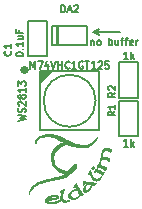
<source format=gto>
G04 #@! TF.GenerationSoftware,KiCad,Pcbnew,(5.0.0-rc2-dev-596-gcfd2f1d00)*
G04 #@! TF.CreationDate,2018-11-17T14:23:37+02:00*
G04 #@! TF.ProjectId,WS2813_module,5753323831335F6D6F64756C652E6B69,rev?*
G04 #@! TF.SameCoordinates,Original*
G04 #@! TF.FileFunction,Legend,Top*
G04 #@! TF.FilePolarity,Positive*
%FSLAX45Y45*%
G04 Gerber Fmt 4.5, Leading zero omitted, Abs format (unit mm)*
G04 Created by KiCad (PCBNEW (5.0.0-rc2-dev-596-gcfd2f1d00)) date 11/17/18 14:23:37*
%MOMM*%
%LPD*%
G01*
G04 APERTURE LIST*
%ADD10C,0.150000*%
%ADD11C,0.149860*%
%ADD12C,0.100000*%
%ADD13C,0.500000*%
G04 APERTURE END LIST*
D10*
X10250000Y-4395000D02*
X10225000Y-4420000D01*
X10200000Y-4420000D02*
X10250000Y-4395000D01*
X10250000Y-4445000D02*
X10225000Y-4420000D01*
X10200000Y-4420000D02*
X10250000Y-4445000D01*
X10200000Y-4420000D02*
X10425000Y-4420000D01*
D11*
X10250000Y-5250000D02*
X9750000Y-5250000D01*
D10*
X10250000Y-4750000D02*
X10250000Y-5250000D01*
X9750000Y-4750000D02*
X10250000Y-4750000D01*
X9750000Y-5250000D02*
X9750000Y-4750000D01*
X10220000Y-5000000D02*
G75*
G03X10220000Y-5000000I-220000J0D01*
G01*
X9750000Y-4840000D02*
X9840000Y-4750000D01*
X9830000Y-4750000D02*
X9750000Y-4830000D01*
X9750000Y-4810000D02*
X9810000Y-4750000D01*
X9790000Y-4750000D02*
X9750000Y-4790000D01*
X9750000Y-4770000D02*
X9770000Y-4750000D01*
X9850000Y-4750000D02*
X9750000Y-4850000D01*
X9805000Y-4325000D02*
X9805000Y-4625000D01*
X9805000Y-4625000D02*
X9645000Y-4625000D01*
X9645000Y-4625000D02*
X9645000Y-4325000D01*
X9645000Y-4325000D02*
X9805000Y-4325000D01*
X9890000Y-4530000D02*
X9890000Y-4370000D01*
X9855000Y-4530000D02*
X9855000Y-4370000D01*
X9855000Y-4370000D02*
X10145000Y-4370000D01*
X10145000Y-4370000D02*
X10145000Y-4530000D01*
X10145000Y-4530000D02*
X9855000Y-4530000D01*
X9905000Y-4370000D02*
X10150000Y-4370000D01*
X10150000Y-4370000D02*
X10150000Y-4530000D01*
X10150000Y-4530000D02*
X9905000Y-4530000D01*
X9905000Y-4530000D02*
X9905000Y-4370000D01*
D12*
G36*
X9916010Y-5845022D02*
X9914339Y-5847255D01*
X9910913Y-5850033D01*
X9906104Y-5853152D01*
X9900283Y-5856407D01*
X9893823Y-5859596D01*
X9887094Y-5862513D01*
X9880468Y-5864955D01*
X9874317Y-5866717D01*
X9872722Y-5867062D01*
X9866634Y-5867937D01*
X9858960Y-5868548D01*
X9850360Y-5868893D01*
X9841496Y-5868971D01*
X9833029Y-5868780D01*
X9825619Y-5868319D01*
X9819927Y-5867586D01*
X9818190Y-5867192D01*
X9808386Y-5863563D01*
X9800995Y-5858798D01*
X9796000Y-5852881D01*
X9793388Y-5845799D01*
X9793084Y-5843625D01*
X9793576Y-5835309D01*
X9796650Y-5827454D01*
X9802242Y-5820126D01*
X9810288Y-5813392D01*
X9820726Y-5807318D01*
X9832529Y-5802317D01*
X9845501Y-5798266D01*
X9858098Y-5795639D01*
X9869859Y-5794486D01*
X9880318Y-5794860D01*
X9887337Y-5796262D01*
X9893627Y-5799081D01*
X9898401Y-5803105D01*
X9901412Y-5807894D01*
X9902411Y-5813004D01*
X9901148Y-5817992D01*
X9900317Y-5819362D01*
X9896176Y-5823193D01*
X9889416Y-5826616D01*
X9884748Y-5828117D01*
X9884748Y-5813880D01*
X9884527Y-5811245D01*
X9881742Y-5808690D01*
X9880687Y-5808098D01*
X9873915Y-5805852D01*
X9865607Y-5805084D01*
X9856416Y-5805738D01*
X9846997Y-5807757D01*
X9838003Y-5811086D01*
X9836277Y-5811922D01*
X9832020Y-5814353D01*
X9827754Y-5817238D01*
X9823955Y-5820186D01*
X9821100Y-5822805D01*
X9819665Y-5824704D01*
X9819836Y-5825433D01*
X9822887Y-5826007D01*
X9827959Y-5826272D01*
X9834419Y-5826253D01*
X9841636Y-5825975D01*
X9848977Y-5825463D01*
X9855810Y-5824741D01*
X9861504Y-5823835D01*
X9861718Y-5823791D01*
X9870893Y-5821549D01*
X9877846Y-5819102D01*
X9882493Y-5816522D01*
X9884748Y-5813880D01*
X9884748Y-5828117D01*
X9880065Y-5829624D01*
X9868148Y-5832209D01*
X9853690Y-5834363D01*
X9847890Y-5835029D01*
X9835632Y-5836530D01*
X9826006Y-5838129D01*
X9818976Y-5839837D01*
X9814501Y-5841661D01*
X9812977Y-5842874D01*
X9812632Y-5845165D01*
X9814281Y-5848165D01*
X9817517Y-5851408D01*
X9821932Y-5854429D01*
X9824040Y-5855519D01*
X9829804Y-5857733D01*
X9835862Y-5858960D01*
X9842561Y-5859160D01*
X9850249Y-5858295D01*
X9859277Y-5856326D01*
X9869990Y-5853213D01*
X9882555Y-5848983D01*
X9893465Y-5845419D01*
X9902200Y-5843201D01*
X9908886Y-5842309D01*
X9913646Y-5842721D01*
X9915554Y-5843538D01*
X9916010Y-5845022D01*
X9916010Y-5845022D01*
G37*
X9916010Y-5845022D02*
X9914339Y-5847255D01*
X9910913Y-5850033D01*
X9906104Y-5853152D01*
X9900283Y-5856407D01*
X9893823Y-5859596D01*
X9887094Y-5862513D01*
X9880468Y-5864955D01*
X9874317Y-5866717D01*
X9872722Y-5867062D01*
X9866634Y-5867937D01*
X9858960Y-5868548D01*
X9850360Y-5868893D01*
X9841496Y-5868971D01*
X9833029Y-5868780D01*
X9825619Y-5868319D01*
X9819927Y-5867586D01*
X9818190Y-5867192D01*
X9808386Y-5863563D01*
X9800995Y-5858798D01*
X9796000Y-5852881D01*
X9793388Y-5845799D01*
X9793084Y-5843625D01*
X9793576Y-5835309D01*
X9796650Y-5827454D01*
X9802242Y-5820126D01*
X9810288Y-5813392D01*
X9820726Y-5807318D01*
X9832529Y-5802317D01*
X9845501Y-5798266D01*
X9858098Y-5795639D01*
X9869859Y-5794486D01*
X9880318Y-5794860D01*
X9887337Y-5796262D01*
X9893627Y-5799081D01*
X9898401Y-5803105D01*
X9901412Y-5807894D01*
X9902411Y-5813004D01*
X9901148Y-5817992D01*
X9900317Y-5819362D01*
X9896176Y-5823193D01*
X9889416Y-5826616D01*
X9884748Y-5828117D01*
X9884748Y-5813880D01*
X9884527Y-5811245D01*
X9881742Y-5808690D01*
X9880687Y-5808098D01*
X9873915Y-5805852D01*
X9865607Y-5805084D01*
X9856416Y-5805738D01*
X9846997Y-5807757D01*
X9838003Y-5811086D01*
X9836277Y-5811922D01*
X9832020Y-5814353D01*
X9827754Y-5817238D01*
X9823955Y-5820186D01*
X9821100Y-5822805D01*
X9819665Y-5824704D01*
X9819836Y-5825433D01*
X9822887Y-5826007D01*
X9827959Y-5826272D01*
X9834419Y-5826253D01*
X9841636Y-5825975D01*
X9848977Y-5825463D01*
X9855810Y-5824741D01*
X9861504Y-5823835D01*
X9861718Y-5823791D01*
X9870893Y-5821549D01*
X9877846Y-5819102D01*
X9882493Y-5816522D01*
X9884748Y-5813880D01*
X9884748Y-5828117D01*
X9880065Y-5829624D01*
X9868148Y-5832209D01*
X9853690Y-5834363D01*
X9847890Y-5835029D01*
X9835632Y-5836530D01*
X9826006Y-5838129D01*
X9818976Y-5839837D01*
X9814501Y-5841661D01*
X9812977Y-5842874D01*
X9812632Y-5845165D01*
X9814281Y-5848165D01*
X9817517Y-5851408D01*
X9821932Y-5854429D01*
X9824040Y-5855519D01*
X9829804Y-5857733D01*
X9835862Y-5858960D01*
X9842561Y-5859160D01*
X9850249Y-5858295D01*
X9859277Y-5856326D01*
X9869990Y-5853213D01*
X9882555Y-5848983D01*
X9893465Y-5845419D01*
X9902200Y-5843201D01*
X9908886Y-5842309D01*
X9913646Y-5842721D01*
X9915554Y-5843538D01*
X9916010Y-5845022D01*
G36*
X9998461Y-5841348D02*
X9997561Y-5842731D01*
X9997416Y-5842909D01*
X9993084Y-5846456D01*
X9986712Y-5849462D01*
X9978899Y-5851826D01*
X9970243Y-5853450D01*
X9961341Y-5854232D01*
X9952792Y-5854073D01*
X9945192Y-5852872D01*
X9942587Y-5852090D01*
X9938053Y-5849786D01*
X9933087Y-5846187D01*
X9930414Y-5843762D01*
X9924822Y-5836727D01*
X9921357Y-5828814D01*
X9919997Y-5819826D01*
X9920721Y-5809563D01*
X9923506Y-5797827D01*
X9924881Y-5793574D01*
X9927375Y-5786058D01*
X9928886Y-5780604D01*
X9929382Y-5776773D01*
X9928830Y-5774128D01*
X9927197Y-5772231D01*
X9924451Y-5770644D01*
X9923132Y-5770041D01*
X9919657Y-5768330D01*
X9917485Y-5766926D01*
X9917117Y-5766440D01*
X9918237Y-5765575D01*
X9921253Y-5763847D01*
X9925651Y-5761508D01*
X9930916Y-5758816D01*
X9936534Y-5756022D01*
X9941992Y-5753384D01*
X9946775Y-5751154D01*
X9950369Y-5749588D01*
X9952260Y-5748941D01*
X9952416Y-5748960D01*
X9952143Y-5750332D01*
X9951078Y-5753669D01*
X9949400Y-5758443D01*
X9947646Y-5763173D01*
X9944039Y-5773035D01*
X9941419Y-5781141D01*
X9939641Y-5788157D01*
X9938558Y-5794749D01*
X9938025Y-5801583D01*
X9937895Y-5807610D01*
X9937922Y-5814065D01*
X9938158Y-5818605D01*
X9938745Y-5821991D01*
X9939823Y-5824981D01*
X9941535Y-5828335D01*
X9941847Y-5828903D01*
X9947125Y-5835980D01*
X9953904Y-5841182D01*
X9961709Y-5844162D01*
X9963338Y-5844459D01*
X9967982Y-5844683D01*
X9974498Y-5844361D01*
X9982157Y-5843563D01*
X9990230Y-5842356D01*
X9994653Y-5841528D01*
X9997638Y-5841020D01*
X9998461Y-5841348D01*
X9998461Y-5841348D01*
G37*
X9998461Y-5841348D02*
X9997561Y-5842731D01*
X9997416Y-5842909D01*
X9993084Y-5846456D01*
X9986712Y-5849462D01*
X9978899Y-5851826D01*
X9970243Y-5853450D01*
X9961341Y-5854232D01*
X9952792Y-5854073D01*
X9945192Y-5852872D01*
X9942587Y-5852090D01*
X9938053Y-5849786D01*
X9933087Y-5846187D01*
X9930414Y-5843762D01*
X9924822Y-5836727D01*
X9921357Y-5828814D01*
X9919997Y-5819826D01*
X9920721Y-5809563D01*
X9923506Y-5797827D01*
X9924881Y-5793574D01*
X9927375Y-5786058D01*
X9928886Y-5780604D01*
X9929382Y-5776773D01*
X9928830Y-5774128D01*
X9927197Y-5772231D01*
X9924451Y-5770644D01*
X9923132Y-5770041D01*
X9919657Y-5768330D01*
X9917485Y-5766926D01*
X9917117Y-5766440D01*
X9918237Y-5765575D01*
X9921253Y-5763847D01*
X9925651Y-5761508D01*
X9930916Y-5758816D01*
X9936534Y-5756022D01*
X9941992Y-5753384D01*
X9946775Y-5751154D01*
X9950369Y-5749588D01*
X9952260Y-5748941D01*
X9952416Y-5748960D01*
X9952143Y-5750332D01*
X9951078Y-5753669D01*
X9949400Y-5758443D01*
X9947646Y-5763173D01*
X9944039Y-5773035D01*
X9941419Y-5781141D01*
X9939641Y-5788157D01*
X9938558Y-5794749D01*
X9938025Y-5801583D01*
X9937895Y-5807610D01*
X9937922Y-5814065D01*
X9938158Y-5818605D01*
X9938745Y-5821991D01*
X9939823Y-5824981D01*
X9941535Y-5828335D01*
X9941847Y-5828903D01*
X9947125Y-5835980D01*
X9953904Y-5841182D01*
X9961709Y-5844162D01*
X9963338Y-5844459D01*
X9967982Y-5844683D01*
X9974498Y-5844361D01*
X9982157Y-5843563D01*
X9990230Y-5842356D01*
X9994653Y-5841528D01*
X9997638Y-5841020D01*
X9998461Y-5841348D01*
G36*
X10110268Y-5790266D02*
X10108911Y-5791355D01*
X10105826Y-5793402D01*
X10101597Y-5796023D01*
X10100128Y-5796904D01*
X10095213Y-5799699D01*
X10092063Y-5801130D01*
X10090239Y-5801354D01*
X10089429Y-5800747D01*
X10088385Y-5798585D01*
X10088252Y-5797957D01*
X10087370Y-5798388D01*
X10085023Y-5800349D01*
X10081992Y-5803145D01*
X10081992Y-5786685D01*
X10073414Y-5771084D01*
X10069526Y-5764319D01*
X10066182Y-5759105D01*
X10063590Y-5755750D01*
X10062163Y-5754598D01*
X10057524Y-5753874D01*
X10051254Y-5753992D01*
X10044231Y-5754875D01*
X10037336Y-5756448D01*
X10035996Y-5756856D01*
X10026187Y-5761076D01*
X10018198Y-5766726D01*
X10012174Y-5773532D01*
X10008256Y-5781222D01*
X10006590Y-5789523D01*
X10007318Y-5798161D01*
X10010141Y-5806002D01*
X10015064Y-5813287D01*
X10021350Y-5818347D01*
X10028811Y-5821132D01*
X10037255Y-5821591D01*
X10046491Y-5819674D01*
X10052651Y-5817214D01*
X10061453Y-5812033D01*
X10069383Y-5805397D01*
X10075732Y-5797952D01*
X10078240Y-5793850D01*
X10081992Y-5786685D01*
X10081992Y-5803145D01*
X10081633Y-5803476D01*
X10079734Y-5805310D01*
X10067896Y-5815266D01*
X10055357Y-5822646D01*
X10042099Y-5827455D01*
X10028108Y-5829704D01*
X10026068Y-5829815D01*
X10016879Y-5829810D01*
X10009936Y-5828904D01*
X10007980Y-5828369D01*
X9999854Y-5824493D01*
X9993562Y-5818918D01*
X9989261Y-5812030D01*
X9987111Y-5804215D01*
X9987271Y-5795858D01*
X9989900Y-5787345D01*
X9990541Y-5786031D01*
X9995662Y-5778415D01*
X10002946Y-5770859D01*
X10011895Y-5763688D01*
X10022011Y-5757223D01*
X10032798Y-5751787D01*
X10043757Y-5747703D01*
X10053019Y-5745506D01*
X10058580Y-5744585D01*
X10054356Y-5737377D01*
X10050683Y-5732073D01*
X10046826Y-5728977D01*
X10042052Y-5727734D01*
X10035629Y-5727987D01*
X10035145Y-5728046D01*
X10027481Y-5729003D01*
X10036945Y-5719040D01*
X10041487Y-5713959D01*
X10045738Y-5708682D01*
X10049047Y-5704037D01*
X10050132Y-5702235D01*
X10052271Y-5698677D01*
X10054012Y-5696436D01*
X10054824Y-5695993D01*
X10055549Y-5697573D01*
X10056239Y-5700851D01*
X10056456Y-5702478D01*
X10056954Y-5704752D01*
X10058089Y-5707757D01*
X10059998Y-5711746D01*
X10062818Y-5716973D01*
X10066684Y-5723692D01*
X10071735Y-5732155D01*
X10077898Y-5742280D01*
X10083306Y-5751107D01*
X10088394Y-5759413D01*
X10092958Y-5766864D01*
X10096791Y-5773122D01*
X10099687Y-5777852D01*
X10101441Y-5780717D01*
X10101665Y-5781084D01*
X10104305Y-5784603D01*
X10107127Y-5787238D01*
X10107761Y-5787635D01*
X10109853Y-5789174D01*
X10110268Y-5790266D01*
X10110268Y-5790266D01*
G37*
X10110268Y-5790266D02*
X10108911Y-5791355D01*
X10105826Y-5793402D01*
X10101597Y-5796023D01*
X10100128Y-5796904D01*
X10095213Y-5799699D01*
X10092063Y-5801130D01*
X10090239Y-5801354D01*
X10089429Y-5800747D01*
X10088385Y-5798585D01*
X10088252Y-5797957D01*
X10087370Y-5798388D01*
X10085023Y-5800349D01*
X10081992Y-5803145D01*
X10081992Y-5786685D01*
X10073414Y-5771084D01*
X10069526Y-5764319D01*
X10066182Y-5759105D01*
X10063590Y-5755750D01*
X10062163Y-5754598D01*
X10057524Y-5753874D01*
X10051254Y-5753992D01*
X10044231Y-5754875D01*
X10037336Y-5756448D01*
X10035996Y-5756856D01*
X10026187Y-5761076D01*
X10018198Y-5766726D01*
X10012174Y-5773532D01*
X10008256Y-5781222D01*
X10006590Y-5789523D01*
X10007318Y-5798161D01*
X10010141Y-5806002D01*
X10015064Y-5813287D01*
X10021350Y-5818347D01*
X10028811Y-5821132D01*
X10037255Y-5821591D01*
X10046491Y-5819674D01*
X10052651Y-5817214D01*
X10061453Y-5812033D01*
X10069383Y-5805397D01*
X10075732Y-5797952D01*
X10078240Y-5793850D01*
X10081992Y-5786685D01*
X10081992Y-5803145D01*
X10081633Y-5803476D01*
X10079734Y-5805310D01*
X10067896Y-5815266D01*
X10055357Y-5822646D01*
X10042099Y-5827455D01*
X10028108Y-5829704D01*
X10026068Y-5829815D01*
X10016879Y-5829810D01*
X10009936Y-5828904D01*
X10007980Y-5828369D01*
X9999854Y-5824493D01*
X9993562Y-5818918D01*
X9989261Y-5812030D01*
X9987111Y-5804215D01*
X9987271Y-5795858D01*
X9989900Y-5787345D01*
X9990541Y-5786031D01*
X9995662Y-5778415D01*
X10002946Y-5770859D01*
X10011895Y-5763688D01*
X10022011Y-5757223D01*
X10032798Y-5751787D01*
X10043757Y-5747703D01*
X10053019Y-5745506D01*
X10058580Y-5744585D01*
X10054356Y-5737377D01*
X10050683Y-5732073D01*
X10046826Y-5728977D01*
X10042052Y-5727734D01*
X10035629Y-5727987D01*
X10035145Y-5728046D01*
X10027481Y-5729003D01*
X10036945Y-5719040D01*
X10041487Y-5713959D01*
X10045738Y-5708682D01*
X10049047Y-5704037D01*
X10050132Y-5702235D01*
X10052271Y-5698677D01*
X10054012Y-5696436D01*
X10054824Y-5695993D01*
X10055549Y-5697573D01*
X10056239Y-5700851D01*
X10056456Y-5702478D01*
X10056954Y-5704752D01*
X10058089Y-5707757D01*
X10059998Y-5711746D01*
X10062818Y-5716973D01*
X10066684Y-5723692D01*
X10071735Y-5732155D01*
X10077898Y-5742280D01*
X10083306Y-5751107D01*
X10088394Y-5759413D01*
X10092958Y-5766864D01*
X10096791Y-5773122D01*
X10099687Y-5777852D01*
X10101441Y-5780717D01*
X10101665Y-5781084D01*
X10104305Y-5784603D01*
X10107127Y-5787238D01*
X10107761Y-5787635D01*
X10109853Y-5789174D01*
X10110268Y-5790266D01*
G36*
X10233947Y-5306481D02*
X10233228Y-5309020D01*
X10231260Y-5313264D01*
X10228332Y-5318731D01*
X10224728Y-5324937D01*
X10220735Y-5331398D01*
X10216641Y-5337629D01*
X10212732Y-5343149D01*
X10210551Y-5345971D01*
X10199252Y-5358556D01*
X10187489Y-5368764D01*
X10174813Y-5376890D01*
X10160773Y-5383231D01*
X10147550Y-5387408D01*
X10142406Y-5388693D01*
X10137646Y-5389652D01*
X10132682Y-5390348D01*
X10126926Y-5390842D01*
X10119790Y-5391196D01*
X10110687Y-5391473D01*
X10108570Y-5391525D01*
X10093034Y-5391665D01*
X10079420Y-5391253D01*
X10067027Y-5390239D01*
X10055150Y-5388572D01*
X10046898Y-5387016D01*
X10037608Y-5384865D01*
X10026767Y-5381985D01*
X10015304Y-5378646D01*
X10004147Y-5375122D01*
X9994225Y-5371684D01*
X9992981Y-5371222D01*
X9980408Y-5366513D01*
X9968480Y-5369782D01*
X9947769Y-5376619D01*
X9928906Y-5385300D01*
X9911719Y-5395921D01*
X9896035Y-5408578D01*
X9893218Y-5411213D01*
X9881423Y-5423921D01*
X9872228Y-5437028D01*
X9865608Y-5450644D01*
X9861537Y-5464876D01*
X9859990Y-5479835D01*
X9860940Y-5495627D01*
X9864363Y-5512363D01*
X9867129Y-5521526D01*
X9871981Y-5533938D01*
X9877817Y-5544507D01*
X9885130Y-5554020D01*
X9891824Y-5560880D01*
X9904938Y-5571458D01*
X9919447Y-5579881D01*
X9935020Y-5586007D01*
X9951328Y-5589697D01*
X9961900Y-5590710D01*
X9970635Y-5590866D01*
X9978376Y-5590543D01*
X9984302Y-5589776D01*
X9984351Y-5589766D01*
X9992097Y-5588154D01*
X10003629Y-5572554D01*
X10012682Y-5560986D01*
X10021154Y-5551532D01*
X10028954Y-5544272D01*
X10035990Y-5539284D01*
X10042170Y-5536650D01*
X10045340Y-5536232D01*
X10048101Y-5537149D01*
X10051513Y-5539477D01*
X10052939Y-5540777D01*
X10056033Y-5544745D01*
X10057408Y-5549055D01*
X10057061Y-5554175D01*
X10054989Y-5560573D01*
X10052816Y-5565433D01*
X10045107Y-5578660D01*
X10035607Y-5590002D01*
X10024440Y-5599325D01*
X10015013Y-5604931D01*
X10010561Y-5607756D01*
X10004988Y-5612177D01*
X9998873Y-5617720D01*
X9996297Y-5620253D01*
X9985941Y-5629746D01*
X9975446Y-5637273D01*
X9963931Y-5643393D01*
X9952765Y-5647879D01*
X9947057Y-5649865D01*
X9941524Y-5651654D01*
X9935784Y-5653341D01*
X9929456Y-5655019D01*
X9922159Y-5656785D01*
X9913512Y-5658733D01*
X9903135Y-5660957D01*
X9890645Y-5663553D01*
X9885700Y-5664568D01*
X9861775Y-5669523D01*
X9840304Y-5674100D01*
X9821102Y-5678350D01*
X9803986Y-5682328D01*
X9788771Y-5686087D01*
X9775273Y-5689679D01*
X9763307Y-5693157D01*
X9752688Y-5696574D01*
X9743233Y-5699984D01*
X9734757Y-5703438D01*
X9727075Y-5706991D01*
X9720004Y-5710696D01*
X9714979Y-5713611D01*
X9700765Y-5723021D01*
X9688853Y-5732784D01*
X9678871Y-5743291D01*
X9670447Y-5754932D01*
X9663324Y-5767861D01*
X9660464Y-5773632D01*
X9657815Y-5778720D01*
X9655706Y-5782509D01*
X9654607Y-5784216D01*
X9653062Y-5785995D01*
X9652538Y-5785467D01*
X9652464Y-5783447D01*
X9652971Y-5779840D01*
X9654395Y-5774530D01*
X9656496Y-5768223D01*
X9659033Y-5761629D01*
X9661767Y-5755454D01*
X9662413Y-5754137D01*
X9672079Y-5737841D01*
X9683931Y-5723068D01*
X9697936Y-5709849D01*
X9714058Y-5698220D01*
X9728621Y-5689999D01*
X9739232Y-5685010D01*
X9750666Y-5680371D01*
X9763260Y-5675977D01*
X9777355Y-5671721D01*
X9793286Y-5667497D01*
X9811394Y-5663199D01*
X9820195Y-5661244D01*
X9832952Y-5658408D01*
X9846341Y-5655336D01*
X9860011Y-5652116D01*
X9873612Y-5648835D01*
X9886792Y-5645581D01*
X9899201Y-5642443D01*
X9910487Y-5639507D01*
X9920302Y-5636862D01*
X9928292Y-5634596D01*
X9934109Y-5632797D01*
X9935163Y-5632437D01*
X9945992Y-5628242D01*
X9955464Y-5623783D01*
X9963055Y-5619320D01*
X9965800Y-5617313D01*
X9969700Y-5614198D01*
X9959784Y-5613342D01*
X9944144Y-5610734D01*
X9927865Y-5605564D01*
X9917620Y-5601148D01*
X9900667Y-5591868D01*
X9885848Y-5581036D01*
X9873118Y-5568592D01*
X9862433Y-5554478D01*
X9853749Y-5538634D01*
X9847024Y-5521000D01*
X9842212Y-5501517D01*
X9841628Y-5498291D01*
X9839755Y-5480199D01*
X9840461Y-5462748D01*
X9843711Y-5446011D01*
X9849471Y-5430064D01*
X9857705Y-5414980D01*
X9868379Y-5400834D01*
X9881458Y-5387700D01*
X9896909Y-5375653D01*
X9899450Y-5373931D01*
X9911344Y-5366635D01*
X9923829Y-5360085D01*
X9935964Y-5354754D01*
X9942279Y-5352469D01*
X9945155Y-5351536D01*
X9947045Y-5350757D01*
X9947747Y-5349909D01*
X9947058Y-5348770D01*
X9944777Y-5347115D01*
X9940700Y-5344723D01*
X9934625Y-5341369D01*
X9929816Y-5338737D01*
X9912782Y-5329618D01*
X9897579Y-5321978D01*
X9883893Y-5315697D01*
X9871413Y-5310652D01*
X9859827Y-5306722D01*
X9848823Y-5303785D01*
X9838090Y-5301721D01*
X9832930Y-5301002D01*
X9811872Y-5299594D01*
X9791688Y-5300681D01*
X9772229Y-5304284D01*
X9753343Y-5310430D01*
X9741990Y-5315462D01*
X9731324Y-5321475D01*
X9723172Y-5327944D01*
X9717388Y-5335060D01*
X9713825Y-5343016D01*
X9712336Y-5352006D01*
X9712270Y-5354562D01*
X9711953Y-5359036D01*
X9710985Y-5360995D01*
X9710563Y-5361105D01*
X9709120Y-5360607D01*
X9708053Y-5358778D01*
X9707153Y-5355115D01*
X9706548Y-5351442D01*
X9706548Y-5344195D01*
X9708334Y-5336158D01*
X9711638Y-5328255D01*
X9714664Y-5323361D01*
X9721640Y-5315627D01*
X9730949Y-5308239D01*
X9742252Y-5301370D01*
X9755216Y-5295192D01*
X9769504Y-5289876D01*
X9784780Y-5285594D01*
X9791330Y-5284161D01*
X9798539Y-5283159D01*
X9807752Y-5282551D01*
X9818332Y-5282319D01*
X9829641Y-5282449D01*
X9841040Y-5282923D01*
X9851893Y-5283725D01*
X9861561Y-5284840D01*
X9868894Y-5286134D01*
X9880017Y-5288888D01*
X9891337Y-5292298D01*
X9903167Y-5296493D01*
X9915821Y-5301603D01*
X9929612Y-5307759D01*
X9944855Y-5315089D01*
X9961862Y-5323725D01*
X9970108Y-5328036D01*
X9984678Y-5335678D01*
X9997214Y-5342161D01*
X10008024Y-5347613D01*
X10017416Y-5352164D01*
X10025699Y-5355942D01*
X10033181Y-5359077D01*
X10040170Y-5361698D01*
X10046974Y-5363933D01*
X10053903Y-5365912D01*
X10061263Y-5367764D01*
X10069364Y-5369618D01*
X10069516Y-5369651D01*
X10091177Y-5373471D01*
X10111460Y-5375018D01*
X10130437Y-5374268D01*
X10148180Y-5371197D01*
X10164758Y-5365780D01*
X10180244Y-5357992D01*
X10194708Y-5347808D01*
X10208222Y-5335203D01*
X10220857Y-5320153D01*
X10223900Y-5315987D01*
X10228105Y-5310254D01*
X10231067Y-5306678D01*
X10232924Y-5305125D01*
X10233817Y-5305464D01*
X10233947Y-5306481D01*
X10233947Y-5306481D01*
G37*
X10233947Y-5306481D02*
X10233228Y-5309020D01*
X10231260Y-5313264D01*
X10228332Y-5318731D01*
X10224728Y-5324937D01*
X10220735Y-5331398D01*
X10216641Y-5337629D01*
X10212732Y-5343149D01*
X10210551Y-5345971D01*
X10199252Y-5358556D01*
X10187489Y-5368764D01*
X10174813Y-5376890D01*
X10160773Y-5383231D01*
X10147550Y-5387408D01*
X10142406Y-5388693D01*
X10137646Y-5389652D01*
X10132682Y-5390348D01*
X10126926Y-5390842D01*
X10119790Y-5391196D01*
X10110687Y-5391473D01*
X10108570Y-5391525D01*
X10093034Y-5391665D01*
X10079420Y-5391253D01*
X10067027Y-5390239D01*
X10055150Y-5388572D01*
X10046898Y-5387016D01*
X10037608Y-5384865D01*
X10026767Y-5381985D01*
X10015304Y-5378646D01*
X10004147Y-5375122D01*
X9994225Y-5371684D01*
X9992981Y-5371222D01*
X9980408Y-5366513D01*
X9968480Y-5369782D01*
X9947769Y-5376619D01*
X9928906Y-5385300D01*
X9911719Y-5395921D01*
X9896035Y-5408578D01*
X9893218Y-5411213D01*
X9881423Y-5423921D01*
X9872228Y-5437028D01*
X9865608Y-5450644D01*
X9861537Y-5464876D01*
X9859990Y-5479835D01*
X9860940Y-5495627D01*
X9864363Y-5512363D01*
X9867129Y-5521526D01*
X9871981Y-5533938D01*
X9877817Y-5544507D01*
X9885130Y-5554020D01*
X9891824Y-5560880D01*
X9904938Y-5571458D01*
X9919447Y-5579881D01*
X9935020Y-5586007D01*
X9951328Y-5589697D01*
X9961900Y-5590710D01*
X9970635Y-5590866D01*
X9978376Y-5590543D01*
X9984302Y-5589776D01*
X9984351Y-5589766D01*
X9992097Y-5588154D01*
X10003629Y-5572554D01*
X10012682Y-5560986D01*
X10021154Y-5551532D01*
X10028954Y-5544272D01*
X10035990Y-5539284D01*
X10042170Y-5536650D01*
X10045340Y-5536232D01*
X10048101Y-5537149D01*
X10051513Y-5539477D01*
X10052939Y-5540777D01*
X10056033Y-5544745D01*
X10057408Y-5549055D01*
X10057061Y-5554175D01*
X10054989Y-5560573D01*
X10052816Y-5565433D01*
X10045107Y-5578660D01*
X10035607Y-5590002D01*
X10024440Y-5599325D01*
X10015013Y-5604931D01*
X10010561Y-5607756D01*
X10004988Y-5612177D01*
X9998873Y-5617720D01*
X9996297Y-5620253D01*
X9985941Y-5629746D01*
X9975446Y-5637273D01*
X9963931Y-5643393D01*
X9952765Y-5647879D01*
X9947057Y-5649865D01*
X9941524Y-5651654D01*
X9935784Y-5653341D01*
X9929456Y-5655019D01*
X9922159Y-5656785D01*
X9913512Y-5658733D01*
X9903135Y-5660957D01*
X9890645Y-5663553D01*
X9885700Y-5664568D01*
X9861775Y-5669523D01*
X9840304Y-5674100D01*
X9821102Y-5678350D01*
X9803986Y-5682328D01*
X9788771Y-5686087D01*
X9775273Y-5689679D01*
X9763307Y-5693157D01*
X9752688Y-5696574D01*
X9743233Y-5699984D01*
X9734757Y-5703438D01*
X9727075Y-5706991D01*
X9720004Y-5710696D01*
X9714979Y-5713611D01*
X9700765Y-5723021D01*
X9688853Y-5732784D01*
X9678871Y-5743291D01*
X9670447Y-5754932D01*
X9663324Y-5767861D01*
X9660464Y-5773632D01*
X9657815Y-5778720D01*
X9655706Y-5782509D01*
X9654607Y-5784216D01*
X9653062Y-5785995D01*
X9652538Y-5785467D01*
X9652464Y-5783447D01*
X9652971Y-5779840D01*
X9654395Y-5774530D01*
X9656496Y-5768223D01*
X9659033Y-5761629D01*
X9661767Y-5755454D01*
X9662413Y-5754137D01*
X9672079Y-5737841D01*
X9683931Y-5723068D01*
X9697936Y-5709849D01*
X9714058Y-5698220D01*
X9728621Y-5689999D01*
X9739232Y-5685010D01*
X9750666Y-5680371D01*
X9763260Y-5675977D01*
X9777355Y-5671721D01*
X9793286Y-5667497D01*
X9811394Y-5663199D01*
X9820195Y-5661244D01*
X9832952Y-5658408D01*
X9846341Y-5655336D01*
X9860011Y-5652116D01*
X9873612Y-5648835D01*
X9886792Y-5645581D01*
X9899201Y-5642443D01*
X9910487Y-5639507D01*
X9920302Y-5636862D01*
X9928292Y-5634596D01*
X9934109Y-5632797D01*
X9935163Y-5632437D01*
X9945992Y-5628242D01*
X9955464Y-5623783D01*
X9963055Y-5619320D01*
X9965800Y-5617313D01*
X9969700Y-5614198D01*
X9959784Y-5613342D01*
X9944144Y-5610734D01*
X9927865Y-5605564D01*
X9917620Y-5601148D01*
X9900667Y-5591868D01*
X9885848Y-5581036D01*
X9873118Y-5568592D01*
X9862433Y-5554478D01*
X9853749Y-5538634D01*
X9847024Y-5521000D01*
X9842212Y-5501517D01*
X9841628Y-5498291D01*
X9839755Y-5480199D01*
X9840461Y-5462748D01*
X9843711Y-5446011D01*
X9849471Y-5430064D01*
X9857705Y-5414980D01*
X9868379Y-5400834D01*
X9881458Y-5387700D01*
X9896909Y-5375653D01*
X9899450Y-5373931D01*
X9911344Y-5366635D01*
X9923829Y-5360085D01*
X9935964Y-5354754D01*
X9942279Y-5352469D01*
X9945155Y-5351536D01*
X9947045Y-5350757D01*
X9947747Y-5349909D01*
X9947058Y-5348770D01*
X9944777Y-5347115D01*
X9940700Y-5344723D01*
X9934625Y-5341369D01*
X9929816Y-5338737D01*
X9912782Y-5329618D01*
X9897579Y-5321978D01*
X9883893Y-5315697D01*
X9871413Y-5310652D01*
X9859827Y-5306722D01*
X9848823Y-5303785D01*
X9838090Y-5301721D01*
X9832930Y-5301002D01*
X9811872Y-5299594D01*
X9791688Y-5300681D01*
X9772229Y-5304284D01*
X9753343Y-5310430D01*
X9741990Y-5315462D01*
X9731324Y-5321475D01*
X9723172Y-5327944D01*
X9717388Y-5335060D01*
X9713825Y-5343016D01*
X9712336Y-5352006D01*
X9712270Y-5354562D01*
X9711953Y-5359036D01*
X9710985Y-5360995D01*
X9710563Y-5361105D01*
X9709120Y-5360607D01*
X9708053Y-5358778D01*
X9707153Y-5355115D01*
X9706548Y-5351442D01*
X9706548Y-5344195D01*
X9708334Y-5336158D01*
X9711638Y-5328255D01*
X9714664Y-5323361D01*
X9721640Y-5315627D01*
X9730949Y-5308239D01*
X9742252Y-5301370D01*
X9755216Y-5295192D01*
X9769504Y-5289876D01*
X9784780Y-5285594D01*
X9791330Y-5284161D01*
X9798539Y-5283159D01*
X9807752Y-5282551D01*
X9818332Y-5282319D01*
X9829641Y-5282449D01*
X9841040Y-5282923D01*
X9851893Y-5283725D01*
X9861561Y-5284840D01*
X9868894Y-5286134D01*
X9880017Y-5288888D01*
X9891337Y-5292298D01*
X9903167Y-5296493D01*
X9915821Y-5301603D01*
X9929612Y-5307759D01*
X9944855Y-5315089D01*
X9961862Y-5323725D01*
X9970108Y-5328036D01*
X9984678Y-5335678D01*
X9997214Y-5342161D01*
X10008024Y-5347613D01*
X10017416Y-5352164D01*
X10025699Y-5355942D01*
X10033181Y-5359077D01*
X10040170Y-5361698D01*
X10046974Y-5363933D01*
X10053903Y-5365912D01*
X10061263Y-5367764D01*
X10069364Y-5369618D01*
X10069516Y-5369651D01*
X10091177Y-5373471D01*
X10111460Y-5375018D01*
X10130437Y-5374268D01*
X10148180Y-5371197D01*
X10164758Y-5365780D01*
X10180244Y-5357992D01*
X10194708Y-5347808D01*
X10208222Y-5335203D01*
X10220857Y-5320153D01*
X10223900Y-5315987D01*
X10228105Y-5310254D01*
X10231067Y-5306678D01*
X10232924Y-5305125D01*
X10233817Y-5305464D01*
X10233947Y-5306481D01*
G36*
X10224511Y-5694798D02*
X10223929Y-5695952D01*
X10221856Y-5698489D01*
X10218704Y-5701916D01*
X10217827Y-5702821D01*
X10210553Y-5710261D01*
X10199247Y-5709380D01*
X10193950Y-5708951D01*
X10189678Y-5708573D01*
X10187132Y-5708310D01*
X10186780Y-5708258D01*
X10185916Y-5709338D01*
X10184586Y-5712434D01*
X10183022Y-5716977D01*
X10182305Y-5719333D01*
X10180213Y-5725557D01*
X10180213Y-5708344D01*
X10179999Y-5707764D01*
X10178458Y-5707262D01*
X10174834Y-5706460D01*
X10169683Y-5705473D01*
X10164158Y-5704512D01*
X10149058Y-5702001D01*
X10142172Y-5709273D01*
X10136679Y-5715910D01*
X10132119Y-5723051D01*
X10128661Y-5730241D01*
X10126475Y-5737028D01*
X10125730Y-5742958D01*
X10126596Y-5747577D01*
X10127377Y-5748886D01*
X10131751Y-5752474D01*
X10137467Y-5753969D01*
X10144149Y-5753328D01*
X10149485Y-5751458D01*
X10155105Y-5747972D01*
X10161116Y-5742689D01*
X10166876Y-5736277D01*
X10171742Y-5729405D01*
X10173294Y-5726678D01*
X10176183Y-5720769D01*
X10178423Y-5715395D01*
X10179828Y-5711079D01*
X10180213Y-5708344D01*
X10180213Y-5725557D01*
X10178931Y-5729370D01*
X10175028Y-5737672D01*
X10170068Y-5745177D01*
X10163520Y-5752825D01*
X10163309Y-5753050D01*
X10154756Y-5760993D01*
X10146337Y-5766398D01*
X10137835Y-5769377D01*
X10130463Y-5770088D01*
X10125564Y-5769810D01*
X10121380Y-5769184D01*
X10119383Y-5768579D01*
X10116351Y-5765888D01*
X10113877Y-5761520D01*
X10112458Y-5756474D01*
X10112295Y-5754299D01*
X10113272Y-5747763D01*
X10116049Y-5739926D01*
X10120399Y-5731227D01*
X10126092Y-5722105D01*
X10132898Y-5712999D01*
X10135395Y-5710021D01*
X10142894Y-5701331D01*
X10137286Y-5699611D01*
X10130675Y-5698487D01*
X10124756Y-5699605D01*
X10118955Y-5703114D01*
X10116854Y-5704927D01*
X10113466Y-5707874D01*
X10111625Y-5708927D01*
X10111263Y-5707969D01*
X10112313Y-5704885D01*
X10114287Y-5700462D01*
X10116164Y-5695557D01*
X10117378Y-5690715D01*
X10117629Y-5688297D01*
X10117642Y-5683284D01*
X10126755Y-5683284D01*
X10131349Y-5683499D01*
X10137845Y-5684090D01*
X10145507Y-5684976D01*
X10153603Y-5686078D01*
X10156975Y-5686589D01*
X10166218Y-5687938D01*
X10176962Y-5689351D01*
X10188041Y-5690683D01*
X10198289Y-5691790D01*
X10201002Y-5692054D01*
X10208532Y-5692793D01*
X10215092Y-5693492D01*
X10220236Y-5694099D01*
X10223520Y-5694564D01*
X10224511Y-5694798D01*
X10224511Y-5694798D01*
G37*
X10224511Y-5694798D02*
X10223929Y-5695952D01*
X10221856Y-5698489D01*
X10218704Y-5701916D01*
X10217827Y-5702821D01*
X10210553Y-5710261D01*
X10199247Y-5709380D01*
X10193950Y-5708951D01*
X10189678Y-5708573D01*
X10187132Y-5708310D01*
X10186780Y-5708258D01*
X10185916Y-5709338D01*
X10184586Y-5712434D01*
X10183022Y-5716977D01*
X10182305Y-5719333D01*
X10180213Y-5725557D01*
X10180213Y-5708344D01*
X10179999Y-5707764D01*
X10178458Y-5707262D01*
X10174834Y-5706460D01*
X10169683Y-5705473D01*
X10164158Y-5704512D01*
X10149058Y-5702001D01*
X10142172Y-5709273D01*
X10136679Y-5715910D01*
X10132119Y-5723051D01*
X10128661Y-5730241D01*
X10126475Y-5737028D01*
X10125730Y-5742958D01*
X10126596Y-5747577D01*
X10127377Y-5748886D01*
X10131751Y-5752474D01*
X10137467Y-5753969D01*
X10144149Y-5753328D01*
X10149485Y-5751458D01*
X10155105Y-5747972D01*
X10161116Y-5742689D01*
X10166876Y-5736277D01*
X10171742Y-5729405D01*
X10173294Y-5726678D01*
X10176183Y-5720769D01*
X10178423Y-5715395D01*
X10179828Y-5711079D01*
X10180213Y-5708344D01*
X10180213Y-5725557D01*
X10178931Y-5729370D01*
X10175028Y-5737672D01*
X10170068Y-5745177D01*
X10163520Y-5752825D01*
X10163309Y-5753050D01*
X10154756Y-5760993D01*
X10146337Y-5766398D01*
X10137835Y-5769377D01*
X10130463Y-5770088D01*
X10125564Y-5769810D01*
X10121380Y-5769184D01*
X10119383Y-5768579D01*
X10116351Y-5765888D01*
X10113877Y-5761520D01*
X10112458Y-5756474D01*
X10112295Y-5754299D01*
X10113272Y-5747763D01*
X10116049Y-5739926D01*
X10120399Y-5731227D01*
X10126092Y-5722105D01*
X10132898Y-5712999D01*
X10135395Y-5710021D01*
X10142894Y-5701331D01*
X10137286Y-5699611D01*
X10130675Y-5698487D01*
X10124756Y-5699605D01*
X10118955Y-5703114D01*
X10116854Y-5704927D01*
X10113466Y-5707874D01*
X10111625Y-5708927D01*
X10111263Y-5707969D01*
X10112313Y-5704885D01*
X10114287Y-5700462D01*
X10116164Y-5695557D01*
X10117378Y-5690715D01*
X10117629Y-5688297D01*
X10117642Y-5683284D01*
X10126755Y-5683284D01*
X10131349Y-5683499D01*
X10137845Y-5684090D01*
X10145507Y-5684976D01*
X10153603Y-5686078D01*
X10156975Y-5686589D01*
X10166218Y-5687938D01*
X10176962Y-5689351D01*
X10188041Y-5690683D01*
X10198289Y-5691790D01*
X10201002Y-5692054D01*
X10208532Y-5692793D01*
X10215092Y-5693492D01*
X10220236Y-5694099D01*
X10223520Y-5694564D01*
X10224511Y-5694798D01*
G36*
X10270493Y-5631816D02*
X10269687Y-5636804D01*
X10268092Y-5641644D01*
X10264906Y-5647577D01*
X10260552Y-5653939D01*
X10255454Y-5660066D01*
X10253590Y-5662014D01*
X10245238Y-5668707D01*
X10235986Y-5673129D01*
X10226217Y-5675208D01*
X10216318Y-5674872D01*
X10206676Y-5672048D01*
X10204757Y-5671152D01*
X10198884Y-5667747D01*
X10193978Y-5663707D01*
X10189716Y-5658601D01*
X10185777Y-5651998D01*
X10181839Y-5643467D01*
X10179279Y-5637081D01*
X10176041Y-5629610D01*
X10172927Y-5624233D01*
X10170069Y-5621147D01*
X10168211Y-5620453D01*
X10166072Y-5620813D01*
X10162581Y-5621709D01*
X10161570Y-5622004D01*
X10158167Y-5622829D01*
X10155997Y-5622996D01*
X10155726Y-5622887D01*
X10156039Y-5621514D01*
X10157344Y-5618178D01*
X10159457Y-5613314D01*
X10162191Y-5607361D01*
X10163647Y-5604292D01*
X10166942Y-5597632D01*
X10169669Y-5592563D01*
X10171676Y-5589343D01*
X10172812Y-5588228D01*
X10172971Y-5588368D01*
X10173715Y-5590428D01*
X10175128Y-5594362D01*
X10176979Y-5599525D01*
X10178295Y-5603202D01*
X10181753Y-5612423D01*
X10184973Y-5619878D01*
X10188360Y-5626394D01*
X10192317Y-5632800D01*
X10193903Y-5635158D01*
X10201779Y-5645068D01*
X10210085Y-5652448D01*
X10218763Y-5657258D01*
X10227750Y-5659457D01*
X10230787Y-5659603D01*
X10236229Y-5659029D01*
X10241581Y-5657148D01*
X10247244Y-5653723D01*
X10253615Y-5648518D01*
X10260337Y-5642064D01*
X10270493Y-5631816D01*
X10270493Y-5631816D01*
G37*
X10270493Y-5631816D02*
X10269687Y-5636804D01*
X10268092Y-5641644D01*
X10264906Y-5647577D01*
X10260552Y-5653939D01*
X10255454Y-5660066D01*
X10253590Y-5662014D01*
X10245238Y-5668707D01*
X10235986Y-5673129D01*
X10226217Y-5675208D01*
X10216318Y-5674872D01*
X10206676Y-5672048D01*
X10204757Y-5671152D01*
X10198884Y-5667747D01*
X10193978Y-5663707D01*
X10189716Y-5658601D01*
X10185777Y-5651998D01*
X10181839Y-5643467D01*
X10179279Y-5637081D01*
X10176041Y-5629610D01*
X10172927Y-5624233D01*
X10170069Y-5621147D01*
X10168211Y-5620453D01*
X10166072Y-5620813D01*
X10162581Y-5621709D01*
X10161570Y-5622004D01*
X10158167Y-5622829D01*
X10155997Y-5622996D01*
X10155726Y-5622887D01*
X10156039Y-5621514D01*
X10157344Y-5618178D01*
X10159457Y-5613314D01*
X10162191Y-5607361D01*
X10163647Y-5604292D01*
X10166942Y-5597632D01*
X10169669Y-5592563D01*
X10171676Y-5589343D01*
X10172812Y-5588228D01*
X10172971Y-5588368D01*
X10173715Y-5590428D01*
X10175128Y-5594362D01*
X10176979Y-5599525D01*
X10178295Y-5603202D01*
X10181753Y-5612423D01*
X10184973Y-5619878D01*
X10188360Y-5626394D01*
X10192317Y-5632800D01*
X10193903Y-5635158D01*
X10201779Y-5645068D01*
X10210085Y-5652448D01*
X10218763Y-5657258D01*
X10227750Y-5659457D01*
X10230787Y-5659603D01*
X10236229Y-5659029D01*
X10241581Y-5657148D01*
X10247244Y-5653723D01*
X10253615Y-5648518D01*
X10260337Y-5642064D01*
X10270493Y-5631816D01*
G36*
X10287421Y-5606778D02*
X10286762Y-5608457D01*
X10285042Y-5611728D01*
X10282652Y-5615938D01*
X10279980Y-5620432D01*
X10277415Y-5624555D01*
X10275347Y-5627654D01*
X10274170Y-5629069D01*
X10272856Y-5628624D01*
X10272012Y-5627025D01*
X10270606Y-5625363D01*
X10267280Y-5622577D01*
X10262401Y-5618923D01*
X10256338Y-5614658D01*
X10249461Y-5610036D01*
X10242138Y-5605316D01*
X10234739Y-5600752D01*
X10230889Y-5598471D01*
X10225088Y-5595904D01*
X10219925Y-5595640D01*
X10214702Y-5597729D01*
X10211667Y-5599811D01*
X10208966Y-5601590D01*
X10207383Y-5602090D01*
X10207211Y-5601846D01*
X10207893Y-5600149D01*
X10209703Y-5596858D01*
X10212288Y-5592606D01*
X10213046Y-5591418D01*
X10216157Y-5586471D01*
X10218971Y-5581801D01*
X10220936Y-5578325D01*
X10221101Y-5578008D01*
X10222917Y-5575150D01*
X10224529Y-5573706D01*
X10224751Y-5573663D01*
X10226261Y-5574319D01*
X10229725Y-5576161D01*
X10234804Y-5578997D01*
X10241160Y-5582637D01*
X10248454Y-5586890D01*
X10253223Y-5589705D01*
X10262332Y-5595016D01*
X10270172Y-5599400D01*
X10276504Y-5602732D01*
X10281089Y-5604887D01*
X10283688Y-5605738D01*
X10283843Y-5605747D01*
X10286468Y-5606079D01*
X10287421Y-5606778D01*
X10287421Y-5606778D01*
G37*
X10287421Y-5606778D02*
X10286762Y-5608457D01*
X10285042Y-5611728D01*
X10282652Y-5615938D01*
X10279980Y-5620432D01*
X10277415Y-5624555D01*
X10275347Y-5627654D01*
X10274170Y-5629069D01*
X10272856Y-5628624D01*
X10272012Y-5627025D01*
X10270606Y-5625363D01*
X10267280Y-5622577D01*
X10262401Y-5618923D01*
X10256338Y-5614658D01*
X10249461Y-5610036D01*
X10242138Y-5605316D01*
X10234739Y-5600752D01*
X10230889Y-5598471D01*
X10225088Y-5595904D01*
X10219925Y-5595640D01*
X10214702Y-5597729D01*
X10211667Y-5599811D01*
X10208966Y-5601590D01*
X10207383Y-5602090D01*
X10207211Y-5601846D01*
X10207893Y-5600149D01*
X10209703Y-5596858D01*
X10212288Y-5592606D01*
X10213046Y-5591418D01*
X10216157Y-5586471D01*
X10218971Y-5581801D01*
X10220936Y-5578325D01*
X10221101Y-5578008D01*
X10222917Y-5575150D01*
X10224529Y-5573706D01*
X10224751Y-5573663D01*
X10226261Y-5574319D01*
X10229725Y-5576161D01*
X10234804Y-5578997D01*
X10241160Y-5582637D01*
X10248454Y-5586890D01*
X10253223Y-5589705D01*
X10262332Y-5595016D01*
X10270172Y-5599400D01*
X10276504Y-5602732D01*
X10281089Y-5604887D01*
X10283688Y-5605738D01*
X10283843Y-5605747D01*
X10286468Y-5606079D01*
X10287421Y-5606778D01*
G36*
X10347944Y-5410895D02*
X10347091Y-5420983D01*
X10346612Y-5425884D01*
X10346124Y-5429640D01*
X10345721Y-5431550D01*
X10345666Y-5431643D01*
X10344352Y-5431268D01*
X10341562Y-5429699D01*
X10338998Y-5428022D01*
X10332209Y-5423920D01*
X10325559Y-5421296D01*
X10318125Y-5419881D01*
X10309479Y-5419410D01*
X10303350Y-5419429D01*
X10299046Y-5419769D01*
X10295722Y-5420582D01*
X10292536Y-5422016D01*
X10291432Y-5422618D01*
X10284598Y-5427935D01*
X10279406Y-5435259D01*
X10275926Y-5444432D01*
X10274232Y-5455296D01*
X10274071Y-5460432D01*
X10274127Y-5466631D01*
X10274572Y-5470616D01*
X10275867Y-5472843D01*
X10278473Y-5473770D01*
X10282854Y-5473855D01*
X10287414Y-5473649D01*
X10300923Y-5474283D01*
X10314143Y-5477521D01*
X10324819Y-5482113D01*
X10329926Y-5484785D01*
X10333009Y-5486845D01*
X10334402Y-5488947D01*
X10334433Y-5491745D01*
X10333436Y-5495895D01*
X10332849Y-5497989D01*
X10331481Y-5502622D01*
X10330310Y-5506160D01*
X10329575Y-5507886D01*
X10329543Y-5507923D01*
X10328244Y-5507532D01*
X10325795Y-5505708D01*
X10324498Y-5504540D01*
X10317491Y-5499341D01*
X10308792Y-5495089D01*
X10299313Y-5492131D01*
X10289968Y-5490815D01*
X10288302Y-5490779D01*
X10279126Y-5491937D01*
X10271290Y-5495406D01*
X10264804Y-5501181D01*
X10259676Y-5509255D01*
X10257863Y-5513505D01*
X10256137Y-5519696D01*
X10255244Y-5526367D01*
X10255226Y-5532633D01*
X10256124Y-5537610D01*
X10256675Y-5538907D01*
X10258446Y-5540536D01*
X10262204Y-5542961D01*
X10267471Y-5545947D01*
X10273767Y-5549262D01*
X10280613Y-5552671D01*
X10287528Y-5555941D01*
X10294034Y-5558837D01*
X10299651Y-5561125D01*
X10303899Y-5562573D01*
X10306010Y-5562968D01*
X10309975Y-5562968D01*
X10304599Y-5574666D01*
X10302169Y-5579833D01*
X10300063Y-5584090D01*
X10298581Y-5586839D01*
X10298137Y-5587497D01*
X10296892Y-5587260D01*
X10295345Y-5585144D01*
X10295244Y-5584943D01*
X10293901Y-5583179D01*
X10291291Y-5581047D01*
X10287131Y-5578367D01*
X10281137Y-5574958D01*
X10273023Y-5570637D01*
X10272047Y-5570128D01*
X10264989Y-5566536D01*
X10258585Y-5563424D01*
X10253272Y-5560994D01*
X10249492Y-5559449D01*
X10247786Y-5558980D01*
X10245129Y-5559573D01*
X10241097Y-5561139D01*
X10237232Y-5562998D01*
X10233238Y-5564992D01*
X10230286Y-5566264D01*
X10229052Y-5566540D01*
X10229315Y-5565176D01*
X10230414Y-5561869D01*
X10232162Y-5557146D01*
X10233924Y-5552654D01*
X10236136Y-5546932D01*
X10237905Y-5541957D01*
X10239019Y-5538354D01*
X10239295Y-5536925D01*
X10240317Y-5535306D01*
X10243322Y-5535375D01*
X10247391Y-5536772D01*
X10248293Y-5536780D01*
X10249055Y-5535704D01*
X10249774Y-5533173D01*
X10250546Y-5528819D01*
X10251470Y-5522271D01*
X10251745Y-5520171D01*
X10253443Y-5508945D01*
X10255370Y-5500001D01*
X10257657Y-5492950D01*
X10260432Y-5487404D01*
X10263825Y-5482974D01*
X10264255Y-5482523D01*
X10269175Y-5477486D01*
X10269334Y-5457730D01*
X10269462Y-5449389D01*
X10269743Y-5443067D01*
X10270247Y-5438111D01*
X10271048Y-5433868D01*
X10272218Y-5429685D01*
X10272562Y-5428616D01*
X10276862Y-5417994D01*
X10282007Y-5409836D01*
X10288060Y-5404049D01*
X10289926Y-5402841D01*
X10293156Y-5401101D01*
X10296162Y-5400022D01*
X10299743Y-5399451D01*
X10304699Y-5399232D01*
X10308811Y-5399207D01*
X10319698Y-5399813D01*
X10329125Y-5401792D01*
X10338053Y-5405382D01*
X10342080Y-5407540D01*
X10347944Y-5410895D01*
X10347944Y-5410895D01*
G37*
X10347944Y-5410895D02*
X10347091Y-5420983D01*
X10346612Y-5425884D01*
X10346124Y-5429640D01*
X10345721Y-5431550D01*
X10345666Y-5431643D01*
X10344352Y-5431268D01*
X10341562Y-5429699D01*
X10338998Y-5428022D01*
X10332209Y-5423920D01*
X10325559Y-5421296D01*
X10318125Y-5419881D01*
X10309479Y-5419410D01*
X10303350Y-5419429D01*
X10299046Y-5419769D01*
X10295722Y-5420582D01*
X10292536Y-5422016D01*
X10291432Y-5422618D01*
X10284598Y-5427935D01*
X10279406Y-5435259D01*
X10275926Y-5444432D01*
X10274232Y-5455296D01*
X10274071Y-5460432D01*
X10274127Y-5466631D01*
X10274572Y-5470616D01*
X10275867Y-5472843D01*
X10278473Y-5473770D01*
X10282854Y-5473855D01*
X10287414Y-5473649D01*
X10300923Y-5474283D01*
X10314143Y-5477521D01*
X10324819Y-5482113D01*
X10329926Y-5484785D01*
X10333009Y-5486845D01*
X10334402Y-5488947D01*
X10334433Y-5491745D01*
X10333436Y-5495895D01*
X10332849Y-5497989D01*
X10331481Y-5502622D01*
X10330310Y-5506160D01*
X10329575Y-5507886D01*
X10329543Y-5507923D01*
X10328244Y-5507532D01*
X10325795Y-5505708D01*
X10324498Y-5504540D01*
X10317491Y-5499341D01*
X10308792Y-5495089D01*
X10299313Y-5492131D01*
X10289968Y-5490815D01*
X10288302Y-5490779D01*
X10279126Y-5491937D01*
X10271290Y-5495406D01*
X10264804Y-5501181D01*
X10259676Y-5509255D01*
X10257863Y-5513505D01*
X10256137Y-5519696D01*
X10255244Y-5526367D01*
X10255226Y-5532633D01*
X10256124Y-5537610D01*
X10256675Y-5538907D01*
X10258446Y-5540536D01*
X10262204Y-5542961D01*
X10267471Y-5545947D01*
X10273767Y-5549262D01*
X10280613Y-5552671D01*
X10287528Y-5555941D01*
X10294034Y-5558837D01*
X10299651Y-5561125D01*
X10303899Y-5562573D01*
X10306010Y-5562968D01*
X10309975Y-5562968D01*
X10304599Y-5574666D01*
X10302169Y-5579833D01*
X10300063Y-5584090D01*
X10298581Y-5586839D01*
X10298137Y-5587497D01*
X10296892Y-5587260D01*
X10295345Y-5585144D01*
X10295244Y-5584943D01*
X10293901Y-5583179D01*
X10291291Y-5581047D01*
X10287131Y-5578367D01*
X10281137Y-5574958D01*
X10273023Y-5570637D01*
X10272047Y-5570128D01*
X10264989Y-5566536D01*
X10258585Y-5563424D01*
X10253272Y-5560994D01*
X10249492Y-5559449D01*
X10247786Y-5558980D01*
X10245129Y-5559573D01*
X10241097Y-5561139D01*
X10237232Y-5562998D01*
X10233238Y-5564992D01*
X10230286Y-5566264D01*
X10229052Y-5566540D01*
X10229315Y-5565176D01*
X10230414Y-5561869D01*
X10232162Y-5557146D01*
X10233924Y-5552654D01*
X10236136Y-5546932D01*
X10237905Y-5541957D01*
X10239019Y-5538354D01*
X10239295Y-5536925D01*
X10240317Y-5535306D01*
X10243322Y-5535375D01*
X10247391Y-5536772D01*
X10248293Y-5536780D01*
X10249055Y-5535704D01*
X10249774Y-5533173D01*
X10250546Y-5528819D01*
X10251470Y-5522271D01*
X10251745Y-5520171D01*
X10253443Y-5508945D01*
X10255370Y-5500001D01*
X10257657Y-5492950D01*
X10260432Y-5487404D01*
X10263825Y-5482974D01*
X10264255Y-5482523D01*
X10269175Y-5477486D01*
X10269334Y-5457730D01*
X10269462Y-5449389D01*
X10269743Y-5443067D01*
X10270247Y-5438111D01*
X10271048Y-5433868D01*
X10272218Y-5429685D01*
X10272562Y-5428616D01*
X10276862Y-5417994D01*
X10282007Y-5409836D01*
X10288060Y-5404049D01*
X10289926Y-5402841D01*
X10293156Y-5401101D01*
X10296162Y-5400022D01*
X10299743Y-5399451D01*
X10304699Y-5399232D01*
X10308811Y-5399207D01*
X10319698Y-5399813D01*
X10329125Y-5401792D01*
X10338053Y-5405382D01*
X10342080Y-5407540D01*
X10347944Y-5410895D01*
G36*
X10204537Y-5566853D02*
X10203611Y-5571788D01*
X10201183Y-5575888D01*
X10197774Y-5578846D01*
X10193908Y-5580357D01*
X10190106Y-5580114D01*
X10186891Y-5577811D01*
X10186565Y-5577376D01*
X10184523Y-5572362D01*
X10185008Y-5567095D01*
X10187960Y-5561987D01*
X10189030Y-5560829D01*
X10193691Y-5557365D01*
X10197930Y-5556389D01*
X10201389Y-5557762D01*
X10203710Y-5561344D01*
X10204537Y-5566853D01*
X10204537Y-5566853D01*
G37*
X10204537Y-5566853D02*
X10203611Y-5571788D01*
X10201183Y-5575888D01*
X10197774Y-5578846D01*
X10193908Y-5580357D01*
X10190106Y-5580114D01*
X10186891Y-5577811D01*
X10186565Y-5577376D01*
X10184523Y-5572362D01*
X10185008Y-5567095D01*
X10187960Y-5561987D01*
X10189030Y-5560829D01*
X10193691Y-5557365D01*
X10197930Y-5556389D01*
X10201389Y-5557762D01*
X10203710Y-5561344D01*
X10204537Y-5566853D01*
D10*
X10030000Y-5575000D02*
G75*
G03X10030000Y-5575000I-10000J0D01*
G01*
X10580000Y-5300000D02*
X10500000Y-5300000D01*
X10580000Y-5000000D02*
X10580000Y-5300000D01*
X10420000Y-5000000D02*
X10580000Y-5000000D01*
X10420000Y-5300000D02*
X10420000Y-5000000D01*
X10500000Y-5300000D02*
X10420000Y-5300000D01*
X10500000Y-4675000D02*
X10580000Y-4675000D01*
X10580000Y-4675000D02*
X10580000Y-4975000D01*
X10580000Y-4975000D02*
X10420000Y-4975000D01*
X10420000Y-4975000D02*
X10420000Y-4675000D01*
X10420000Y-4675000D02*
X10500000Y-4675000D01*
X9567143Y-5168571D02*
X9627143Y-5154286D01*
X9584286Y-5142857D01*
X9627143Y-5131429D01*
X9567143Y-5117143D01*
X9624286Y-5097143D02*
X9627143Y-5088571D01*
X9627143Y-5074286D01*
X9624286Y-5068571D01*
X9621429Y-5065714D01*
X9615714Y-5062857D01*
X9610000Y-5062857D01*
X9604286Y-5065714D01*
X9601429Y-5068571D01*
X9598571Y-5074286D01*
X9595714Y-5085714D01*
X9592857Y-5091429D01*
X9590000Y-5094286D01*
X9584286Y-5097143D01*
X9578571Y-5097143D01*
X9572857Y-5094286D01*
X9570000Y-5091429D01*
X9567143Y-5085714D01*
X9567143Y-5071429D01*
X9570000Y-5062857D01*
X9572857Y-5040000D02*
X9570000Y-5037143D01*
X9567143Y-5031429D01*
X9567143Y-5017143D01*
X9570000Y-5011429D01*
X9572857Y-5008571D01*
X9578571Y-5005714D01*
X9584286Y-5005714D01*
X9592857Y-5008571D01*
X9627143Y-5042857D01*
X9627143Y-5005714D01*
X9592857Y-4971429D02*
X9590000Y-4977143D01*
X9587143Y-4980000D01*
X9581429Y-4982857D01*
X9578571Y-4982857D01*
X9572857Y-4980000D01*
X9570000Y-4977143D01*
X9567143Y-4971429D01*
X9567143Y-4960000D01*
X9570000Y-4954286D01*
X9572857Y-4951429D01*
X9578571Y-4948571D01*
X9581429Y-4948571D01*
X9587143Y-4951429D01*
X9590000Y-4954286D01*
X9592857Y-4960000D01*
X9592857Y-4971429D01*
X9595714Y-4977143D01*
X9598571Y-4980000D01*
X9604286Y-4982857D01*
X9615714Y-4982857D01*
X9621429Y-4980000D01*
X9624286Y-4977143D01*
X9627143Y-4971429D01*
X9627143Y-4960000D01*
X9624286Y-4954286D01*
X9621429Y-4951429D01*
X9615714Y-4948571D01*
X9604286Y-4948571D01*
X9598571Y-4951429D01*
X9595714Y-4954286D01*
X9592857Y-4960000D01*
X9627143Y-4891429D02*
X9627143Y-4925714D01*
X9627143Y-4908571D02*
X9567143Y-4908571D01*
X9575714Y-4914286D01*
X9581429Y-4920000D01*
X9584286Y-4925714D01*
X9567143Y-4871429D02*
X9567143Y-4834286D01*
X9590000Y-4854286D01*
X9590000Y-4845714D01*
X9592857Y-4840000D01*
X9595714Y-4837143D01*
X9601429Y-4834286D01*
X9615714Y-4834286D01*
X9621429Y-4837143D01*
X9624286Y-4840000D01*
X9627143Y-4845714D01*
X9627143Y-4862857D01*
X9624286Y-4868571D01*
X9621429Y-4871429D01*
D13*
X9628571Y-4740000D02*
X9619048Y-4749524D01*
X9609524Y-4740000D01*
X9619048Y-4730476D01*
X9628571Y-4740000D01*
X9609524Y-4740000D01*
D10*
X9501429Y-4580000D02*
X9504286Y-4582857D01*
X9507143Y-4591429D01*
X9507143Y-4597143D01*
X9504286Y-4605714D01*
X9498571Y-4611429D01*
X9492857Y-4614286D01*
X9481429Y-4617143D01*
X9472857Y-4617143D01*
X9461429Y-4614286D01*
X9455714Y-4611429D01*
X9450000Y-4605714D01*
X9447143Y-4597143D01*
X9447143Y-4591429D01*
X9450000Y-4582857D01*
X9452857Y-4580000D01*
X9507143Y-4522857D02*
X9507143Y-4557143D01*
X9507143Y-4540000D02*
X9447143Y-4540000D01*
X9455714Y-4545714D01*
X9461429Y-4551429D01*
X9464286Y-4557143D01*
X9547143Y-4608571D02*
X9547143Y-4602857D01*
X9550000Y-4597143D01*
X9552857Y-4594286D01*
X9558571Y-4591429D01*
X9570000Y-4588571D01*
X9584286Y-4588571D01*
X9595714Y-4591429D01*
X9601429Y-4594286D01*
X9604286Y-4597143D01*
X9607143Y-4602857D01*
X9607143Y-4608571D01*
X9604286Y-4614286D01*
X9601429Y-4617143D01*
X9595714Y-4620000D01*
X9584286Y-4622857D01*
X9570000Y-4622857D01*
X9558571Y-4620000D01*
X9552857Y-4617143D01*
X9550000Y-4614286D01*
X9547143Y-4608571D01*
X9601429Y-4562857D02*
X9604286Y-4560000D01*
X9607143Y-4562857D01*
X9604286Y-4565714D01*
X9601429Y-4562857D01*
X9607143Y-4562857D01*
X9607143Y-4502857D02*
X9607143Y-4537143D01*
X9607143Y-4520000D02*
X9547143Y-4520000D01*
X9555714Y-4525714D01*
X9561429Y-4531429D01*
X9564286Y-4537143D01*
X9567143Y-4451429D02*
X9607143Y-4451429D01*
X9567143Y-4477143D02*
X9598571Y-4477143D01*
X9604286Y-4474286D01*
X9607143Y-4468571D01*
X9607143Y-4460000D01*
X9604286Y-4454286D01*
X9601429Y-4451429D01*
X9575714Y-4402857D02*
X9575714Y-4422857D01*
X9607143Y-4422857D02*
X9547143Y-4422857D01*
X9547143Y-4394286D01*
X9930000Y-4252143D02*
X9930000Y-4192143D01*
X9944286Y-4192143D01*
X9952857Y-4195000D01*
X9958571Y-4200714D01*
X9961429Y-4206429D01*
X9964286Y-4217857D01*
X9964286Y-4226429D01*
X9961429Y-4237857D01*
X9958571Y-4243571D01*
X9952857Y-4249286D01*
X9944286Y-4252143D01*
X9930000Y-4252143D01*
X9987143Y-4235000D02*
X10015714Y-4235000D01*
X9981429Y-4252143D02*
X10001429Y-4192143D01*
X10021429Y-4252143D01*
X10038571Y-4197857D02*
X10041429Y-4195000D01*
X10047143Y-4192143D01*
X10061429Y-4192143D01*
X10067143Y-4195000D01*
X10070000Y-4197857D01*
X10072857Y-4203571D01*
X10072857Y-4209286D01*
X10070000Y-4217857D01*
X10035714Y-4252143D01*
X10072857Y-4252143D01*
X9668571Y-4727143D02*
X9668571Y-4667143D01*
X9688571Y-4710000D01*
X9708571Y-4667143D01*
X9708571Y-4727143D01*
X9731429Y-4667143D02*
X9771429Y-4667143D01*
X9745714Y-4727143D01*
X9820000Y-4687143D02*
X9820000Y-4727143D01*
X9805714Y-4664286D02*
X9791429Y-4707143D01*
X9828571Y-4707143D01*
X9842857Y-4667143D02*
X9862857Y-4727143D01*
X9882857Y-4667143D01*
X9902857Y-4727143D02*
X9902857Y-4667143D01*
X9902857Y-4695714D02*
X9937143Y-4695714D01*
X9937143Y-4727143D02*
X9937143Y-4667143D01*
X10000000Y-4721429D02*
X9997143Y-4724286D01*
X9988571Y-4727143D01*
X9982857Y-4727143D01*
X9974286Y-4724286D01*
X9968571Y-4718571D01*
X9965714Y-4712857D01*
X9962857Y-4701429D01*
X9962857Y-4692857D01*
X9965714Y-4681429D01*
X9968571Y-4675714D01*
X9974286Y-4670000D01*
X9982857Y-4667143D01*
X9988571Y-4667143D01*
X9997143Y-4670000D01*
X10000000Y-4672857D01*
X10057143Y-4727143D02*
X10022857Y-4727143D01*
X10040000Y-4727143D02*
X10040000Y-4667143D01*
X10034286Y-4675714D01*
X10028571Y-4681429D01*
X10022857Y-4684286D01*
X10114286Y-4670000D02*
X10108571Y-4667143D01*
X10100000Y-4667143D01*
X10091429Y-4670000D01*
X10085714Y-4675714D01*
X10082857Y-4681429D01*
X10080000Y-4692857D01*
X10080000Y-4701429D01*
X10082857Y-4712857D01*
X10085714Y-4718571D01*
X10091429Y-4724286D01*
X10100000Y-4727143D01*
X10105714Y-4727143D01*
X10114286Y-4724286D01*
X10117143Y-4721429D01*
X10117143Y-4701429D01*
X10105714Y-4701429D01*
X10134286Y-4667143D02*
X10168571Y-4667143D01*
X10151429Y-4727143D02*
X10151429Y-4667143D01*
X10220000Y-4727143D02*
X10185714Y-4727143D01*
X10202857Y-4727143D02*
X10202857Y-4667143D01*
X10197143Y-4675714D01*
X10191429Y-4681429D01*
X10185714Y-4684286D01*
X10242857Y-4672857D02*
X10245714Y-4670000D01*
X10251429Y-4667143D01*
X10265714Y-4667143D01*
X10271429Y-4670000D01*
X10274286Y-4672857D01*
X10277143Y-4678571D01*
X10277143Y-4684286D01*
X10274286Y-4692857D01*
X10240000Y-4727143D01*
X10277143Y-4727143D01*
X10331429Y-4667143D02*
X10302857Y-4667143D01*
X10300000Y-4695714D01*
X10302857Y-4692857D01*
X10308571Y-4690000D01*
X10322857Y-4690000D01*
X10328571Y-4692857D01*
X10331429Y-4695714D01*
X10334286Y-4701429D01*
X10334286Y-4715714D01*
X10331429Y-4721429D01*
X10328571Y-4724286D01*
X10322857Y-4727143D01*
X10308571Y-4727143D01*
X10302857Y-4724286D01*
X10300000Y-4721429D01*
X10179286Y-4487143D02*
X10179286Y-4527143D01*
X10179286Y-4492857D02*
X10182143Y-4490000D01*
X10187857Y-4487143D01*
X10196429Y-4487143D01*
X10202143Y-4490000D01*
X10205000Y-4495714D01*
X10205000Y-4527143D01*
X10242143Y-4527143D02*
X10236429Y-4524286D01*
X10233571Y-4521429D01*
X10230714Y-4515714D01*
X10230714Y-4498571D01*
X10233571Y-4492857D01*
X10236429Y-4490000D01*
X10242143Y-4487143D01*
X10250714Y-4487143D01*
X10256429Y-4490000D01*
X10259286Y-4492857D01*
X10262143Y-4498571D01*
X10262143Y-4515714D01*
X10259286Y-4521429D01*
X10256429Y-4524286D01*
X10250714Y-4527143D01*
X10242143Y-4527143D01*
X10333571Y-4527143D02*
X10333571Y-4467143D01*
X10333571Y-4490000D02*
X10339286Y-4487143D01*
X10350714Y-4487143D01*
X10356429Y-4490000D01*
X10359286Y-4492857D01*
X10362143Y-4498571D01*
X10362143Y-4515714D01*
X10359286Y-4521429D01*
X10356429Y-4524286D01*
X10350714Y-4527143D01*
X10339286Y-4527143D01*
X10333571Y-4524286D01*
X10413571Y-4487143D02*
X10413571Y-4527143D01*
X10387857Y-4487143D02*
X10387857Y-4518571D01*
X10390714Y-4524286D01*
X10396429Y-4527143D01*
X10405000Y-4527143D01*
X10410714Y-4524286D01*
X10413571Y-4521429D01*
X10433571Y-4487143D02*
X10456429Y-4487143D01*
X10442143Y-4527143D02*
X10442143Y-4475714D01*
X10445000Y-4470000D01*
X10450714Y-4467143D01*
X10456429Y-4467143D01*
X10467857Y-4487143D02*
X10490714Y-4487143D01*
X10476429Y-4527143D02*
X10476429Y-4475714D01*
X10479286Y-4470000D01*
X10485000Y-4467143D01*
X10490714Y-4467143D01*
X10533571Y-4524286D02*
X10527857Y-4527143D01*
X10516429Y-4527143D01*
X10510714Y-4524286D01*
X10507857Y-4518571D01*
X10507857Y-4495714D01*
X10510714Y-4490000D01*
X10516429Y-4487143D01*
X10527857Y-4487143D01*
X10533571Y-4490000D01*
X10536429Y-4495714D01*
X10536429Y-4501429D01*
X10507857Y-4507143D01*
X10562143Y-4527143D02*
X10562143Y-4487143D01*
X10562143Y-4498571D02*
X10565000Y-4492857D01*
X10567857Y-4490000D01*
X10573571Y-4487143D01*
X10579286Y-4487143D01*
X10387143Y-5090000D02*
X10358571Y-5110000D01*
X10387143Y-5124286D02*
X10327143Y-5124286D01*
X10327143Y-5101429D01*
X10330000Y-5095714D01*
X10332857Y-5092857D01*
X10338571Y-5090000D01*
X10347143Y-5090000D01*
X10352857Y-5092857D01*
X10355714Y-5095714D01*
X10358571Y-5101429D01*
X10358571Y-5124286D01*
X10387143Y-5032857D02*
X10387143Y-5067143D01*
X10387143Y-5050000D02*
X10327143Y-5050000D01*
X10335714Y-5055714D01*
X10341429Y-5061429D01*
X10344286Y-5067143D01*
X10492857Y-5387143D02*
X10458571Y-5387143D01*
X10475714Y-5387143D02*
X10475714Y-5327143D01*
X10470000Y-5335714D01*
X10464286Y-5341429D01*
X10458571Y-5344286D01*
X10518571Y-5387143D02*
X10518571Y-5327143D01*
X10524286Y-5364286D02*
X10541429Y-5387143D01*
X10541429Y-5347143D02*
X10518571Y-5370000D01*
X10387143Y-4930000D02*
X10358571Y-4950000D01*
X10387143Y-4964286D02*
X10327143Y-4964286D01*
X10327143Y-4941429D01*
X10330000Y-4935714D01*
X10332857Y-4932857D01*
X10338571Y-4930000D01*
X10347143Y-4930000D01*
X10352857Y-4932857D01*
X10355714Y-4935714D01*
X10358571Y-4941429D01*
X10358571Y-4964286D01*
X10332857Y-4907143D02*
X10330000Y-4904286D01*
X10327143Y-4898571D01*
X10327143Y-4884286D01*
X10330000Y-4878571D01*
X10332857Y-4875714D01*
X10338571Y-4872857D01*
X10344286Y-4872857D01*
X10352857Y-4875714D01*
X10387143Y-4910000D01*
X10387143Y-4872857D01*
X10492857Y-4647143D02*
X10458571Y-4647143D01*
X10475714Y-4647143D02*
X10475714Y-4587143D01*
X10470000Y-4595714D01*
X10464286Y-4601429D01*
X10458571Y-4604286D01*
X10518571Y-4647143D02*
X10518571Y-4587143D01*
X10524286Y-4624286D02*
X10541429Y-4647143D01*
X10541429Y-4607143D02*
X10518571Y-4630000D01*
M02*

</source>
